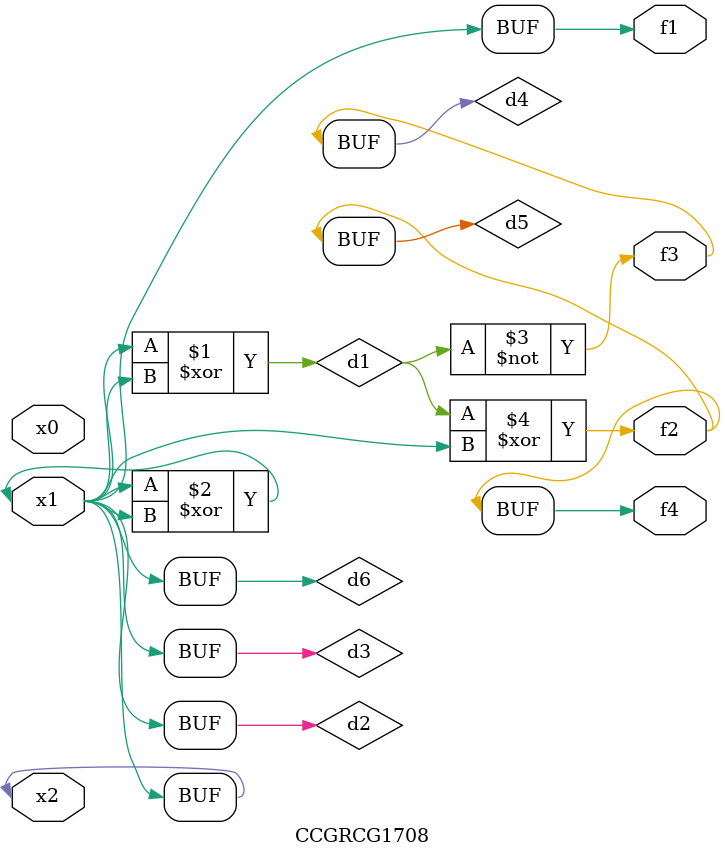
<source format=v>
module CCGRCG1708(
	input x0, x1, x2,
	output f1, f2, f3, f4
);

	wire d1, d2, d3, d4, d5, d6;

	xor (d1, x1, x2);
	buf (d2, x1, x2);
	xor (d3, x1, x2);
	nor (d4, d1);
	xor (d5, d1, d2);
	buf (d6, d2, d3);
	assign f1 = d6;
	assign f2 = d5;
	assign f3 = d4;
	assign f4 = d5;
endmodule

</source>
